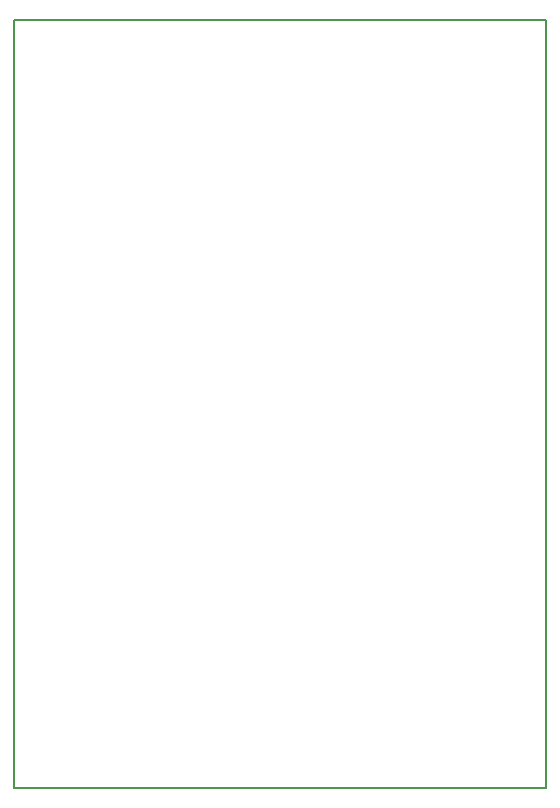
<source format=gbr>
%TF.GenerationSoftware,KiCad,Pcbnew,5.1.1*%
%TF.CreationDate,2019-04-24T12:59:08+01:00*%
%TF.ProjectId,ESP8266_home_battery_controller,45535038-3236-4365-9f68-6f6d655f6261,0.6*%
%TF.SameCoordinates,Original*%
%TF.FileFunction,Paste,Bot*%
%TF.FilePolarity,Positive*%
%FSLAX46Y46*%
G04 Gerber Fmt 4.6, Leading zero omitted, Abs format (unit mm)*
G04 Created by KiCad (PCBNEW 5.1.1) date 2019-04-24 12:59:08*
%MOMM*%
%LPD*%
G04 APERTURE LIST*
%ADD10C,0.150000*%
G04 APERTURE END LIST*
D10*
X150000000Y-55000000D02*
X195000000Y-55000000D01*
X150000000Y-120000000D02*
X150000000Y-55000000D01*
X195000000Y-120000000D02*
X150000000Y-120000000D01*
X195000000Y-55000000D02*
X195000000Y-120000000D01*
M02*

</source>
